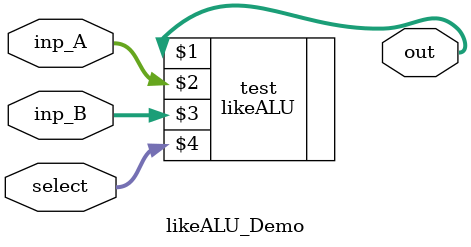
<source format=v>

module likeALU_Demo
(
// {ALTERA_ARGS_BEGIN} DO NOT REMOVE THIS LINE!

	inp_A,
	inp_B,
	out,
	select
// {ALTERA_ARGS_END} DO NOT REMOVE THIS LINE!

);

// {ALTERA_IO_BEGIN} DO NOT REMOVE THIS LINE!
input	[4:0]	inp_A;
input	[4:0]	inp_B;
output	[4:0]	out;
input	[1:0]	select;

// {ALTERA_IO_END} DO NOT REMOVE THIS LINE!
// {ALTERA_MODULE_BEGIN} DO NOT REMOVE THIS LINE!
	likeALU test(out, inp_A, inp_B, select);
// {ALTERA_MODULE_END} DO NOT REMOVE THIS LINE!
endmodule

</source>
